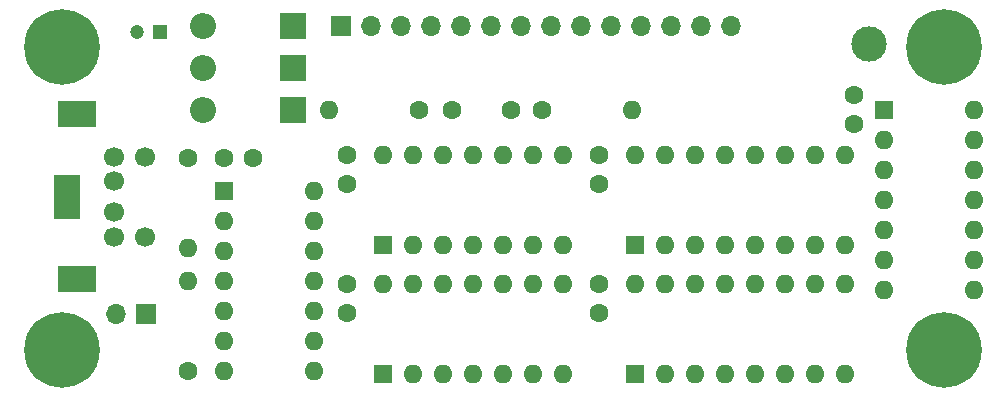
<source format=gbs>
G04 #@! TF.GenerationSoftware,KiCad,Pcbnew,7.0.5-0*
G04 #@! TF.CreationDate,2023-06-23T22:43:01+02:00*
G04 #@! TF.ProjectId,ps2_interface,7073325f-696e-4746-9572-666163652e6b,1.2*
G04 #@! TF.SameCoordinates,Original*
G04 #@! TF.FileFunction,Soldermask,Bot*
G04 #@! TF.FilePolarity,Negative*
%FSLAX46Y46*%
G04 Gerber Fmt 4.6, Leading zero omitted, Abs format (unit mm)*
G04 Created by KiCad (PCBNEW 7.0.5-0) date 2023-06-23 22:43:01*
%MOMM*%
%LPD*%
G01*
G04 APERTURE LIST*
%ADD10C,1.600000*%
%ADD11R,2.200000X2.200000*%
%ADD12O,2.200000X2.200000*%
%ADD13O,1.600000X1.600000*%
%ADD14R,1.600000X1.600000*%
%ADD15C,1.700000*%
%ADD16R,3.200000X2.200000*%
%ADD17R,2.200000X3.700000*%
%ADD18C,6.400000*%
%ADD19R,1.200000X1.200000*%
%ADD20C,1.200000*%
%ADD21R,1.700000X1.700000*%
%ADD22O,1.700000X1.700000*%
%ADD23C,3.000000*%
G04 APERTURE END LIST*
D10*
X118070000Y-69596000D03*
X113070000Y-69596000D03*
X147066000Y-70846000D03*
X147066000Y-68346000D03*
X125476000Y-84328000D03*
X125476000Y-86828000D03*
X125476000Y-73406000D03*
X125476000Y-75906000D03*
X104125000Y-84338000D03*
X104125000Y-86838000D03*
X104125000Y-73416000D03*
X104125000Y-75916000D03*
X93726000Y-73660000D03*
X96226000Y-73660000D03*
D11*
X99568000Y-69596000D03*
D12*
X91948000Y-69596000D03*
D10*
X110236000Y-69596000D03*
D13*
X102616000Y-69596000D03*
D10*
X90678000Y-91694000D03*
D13*
X90678000Y-84074000D03*
D10*
X120650000Y-69596000D03*
D13*
X128270000Y-69596000D03*
D14*
X128524000Y-91948000D03*
D13*
X131064000Y-91948000D03*
X133604000Y-91948000D03*
X136144000Y-91948000D03*
X138684000Y-91948000D03*
X141224000Y-91948000D03*
X143764000Y-91948000D03*
X146304000Y-91948000D03*
X146304000Y-84328000D03*
X143764000Y-84328000D03*
X141224000Y-84328000D03*
X138684000Y-84328000D03*
X136144000Y-84328000D03*
X133604000Y-84328000D03*
X131064000Y-84328000D03*
X128524000Y-84328000D03*
D14*
X128524000Y-81026000D03*
D13*
X131064000Y-81026000D03*
X133604000Y-81026000D03*
X136144000Y-81026000D03*
X138684000Y-81026000D03*
X141224000Y-81026000D03*
X143764000Y-81026000D03*
X146304000Y-81026000D03*
X146304000Y-73406000D03*
X143764000Y-73406000D03*
X141224000Y-73406000D03*
X138684000Y-73406000D03*
X136144000Y-73406000D03*
X133604000Y-73406000D03*
X131064000Y-73406000D03*
X128524000Y-73406000D03*
D14*
X107183000Y-91938000D03*
D13*
X109723000Y-91938000D03*
X112263000Y-91938000D03*
X114803000Y-91938000D03*
X117343000Y-91938000D03*
X119883000Y-91938000D03*
X122423000Y-91938000D03*
X122423000Y-84318000D03*
X119883000Y-84318000D03*
X117343000Y-84318000D03*
X114803000Y-84318000D03*
X112263000Y-84318000D03*
X109723000Y-84318000D03*
X107183000Y-84318000D03*
D15*
X84405000Y-78262000D03*
X84405000Y-75662000D03*
X84405000Y-80362000D03*
X84405000Y-73562000D03*
X87030000Y-80362000D03*
X87030000Y-73562000D03*
D16*
X81280000Y-83962000D03*
D17*
X80480000Y-76962000D03*
D16*
X81280000Y-69962000D03*
D18*
X80010000Y-89916000D03*
X154686000Y-64262000D03*
X154686000Y-89916000D03*
X80010000Y-64262000D03*
D14*
X107188000Y-81016000D03*
D13*
X109728000Y-81016000D03*
X112268000Y-81016000D03*
X114808000Y-81016000D03*
X117348000Y-81016000D03*
X119888000Y-81016000D03*
X122428000Y-81016000D03*
X122428000Y-73396000D03*
X119888000Y-73396000D03*
X117348000Y-73396000D03*
X114808000Y-73396000D03*
X112268000Y-73396000D03*
X109728000Y-73396000D03*
X107188000Y-73396000D03*
D10*
X90678000Y-73660000D03*
D13*
X90678000Y-81280000D03*
D19*
X88348600Y-62992000D03*
D20*
X86348600Y-62992000D03*
D21*
X87127000Y-86868000D03*
D22*
X84587000Y-86868000D03*
D23*
X148336000Y-64008000D03*
D14*
X93726000Y-76454000D03*
D13*
X93726000Y-78994000D03*
X93726000Y-81534000D03*
X93726000Y-84074000D03*
X93726000Y-86614000D03*
X93726000Y-89154000D03*
X93726000Y-91694000D03*
X101346000Y-91694000D03*
X101346000Y-89154000D03*
X101346000Y-86614000D03*
X101346000Y-84074000D03*
X101346000Y-81534000D03*
X101346000Y-78994000D03*
X101346000Y-76454000D03*
D11*
X99568000Y-66040000D03*
D12*
X91948000Y-66040000D03*
D11*
X99568000Y-62484000D03*
D12*
X91948000Y-62484000D03*
D14*
X149616000Y-69591000D03*
D13*
X149616000Y-72131000D03*
X149616000Y-74671000D03*
X149616000Y-77211000D03*
X149616000Y-79751000D03*
X149616000Y-82291000D03*
X149616000Y-84831000D03*
X157236000Y-84831000D03*
X157236000Y-82291000D03*
X157236000Y-79751000D03*
X157236000Y-77211000D03*
X157236000Y-74671000D03*
X157236000Y-72131000D03*
X157236000Y-69591000D03*
D21*
X103632000Y-62484000D03*
D22*
X106172000Y-62484000D03*
X108712000Y-62484000D03*
X111252000Y-62484000D03*
X113792000Y-62484000D03*
X116332000Y-62484000D03*
X118872000Y-62484000D03*
X121412000Y-62484000D03*
X123952000Y-62484000D03*
X126492000Y-62484000D03*
X129032000Y-62484000D03*
X131572000Y-62484000D03*
X134112000Y-62484000D03*
X136652000Y-62484000D03*
M02*

</source>
